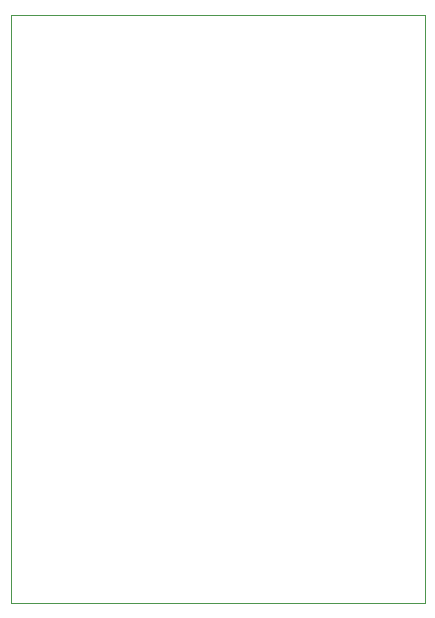
<source format=gbr>
%TF.GenerationSoftware,Altium Limited,Altium Designer,24.1.2 (44)*%
G04 Layer_Color=0*
%FSLAX45Y45*%
%MOMM*%
%TF.SameCoordinates,ADAE1E34-4503-4B4E-A43C-A1B625E47364*%
%TF.FilePolarity,Positive*%
%TF.FileFunction,Profile,NP*%
%TF.Part,Single*%
G01*
G75*
%TA.AperFunction,Profile*%
%ADD22C,0.02540*%
D22*
X0Y0D02*
X3505200D01*
Y4978400D01*
X0D01*
Y0D01*
%TF.MD5,bb41c3a6abced3a8d9c63fd6838adbf6*%
M02*

</source>
